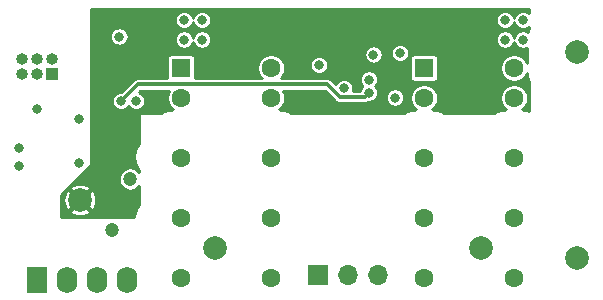
<source format=gbr>
%TF.GenerationSoftware,KiCad,Pcbnew,(5.1.10)-1*%
%TF.CreationDate,2022-01-18T17:44:39+07:00*%
%TF.ProjectId,Fan_controller_v3,46616e5f-636f-46e7-9472-6f6c6c65725f,rev?*%
%TF.SameCoordinates,Original*%
%TF.FileFunction,Copper,L3,Inr*%
%TF.FilePolarity,Positive*%
%FSLAX46Y46*%
G04 Gerber Fmt 4.6, Leading zero omitted, Abs format (unit mm)*
G04 Created by KiCad (PCBNEW (5.1.10)-1) date 2022-01-18 17:44:39*
%MOMM*%
%LPD*%
G01*
G04 APERTURE LIST*
%TA.AperFunction,ComponentPad*%
%ADD10O,1.000000X1.000000*%
%TD*%
%TA.AperFunction,ComponentPad*%
%ADD11R,1.000000X1.000000*%
%TD*%
%TA.AperFunction,ComponentPad*%
%ADD12C,2.000000*%
%TD*%
%TA.AperFunction,ComponentPad*%
%ADD13R,1.600000X1.600000*%
%TD*%
%TA.AperFunction,ComponentPad*%
%ADD14C,1.600000*%
%TD*%
%TA.AperFunction,ComponentPad*%
%ADD15R,1.700000X1.700000*%
%TD*%
%TA.AperFunction,ComponentPad*%
%ADD16O,1.700000X1.700000*%
%TD*%
%TA.AperFunction,ComponentPad*%
%ADD17O,1.750000X2.250000*%
%TD*%
%TA.AperFunction,ComponentPad*%
%ADD18R,1.750000X2.250000*%
%TD*%
%TA.AperFunction,ViaPad*%
%ADD19C,0.800000*%
%TD*%
%TA.AperFunction,ViaPad*%
%ADD20C,1.200000*%
%TD*%
%TA.AperFunction,Conductor*%
%ADD21C,0.300000*%
%TD*%
%TA.AperFunction,Conductor*%
%ADD22C,0.254000*%
%TD*%
%TA.AperFunction,Conductor*%
%ADD23C,0.020000*%
%TD*%
G04 APERTURE END LIST*
D10*
%TO.N,/scl0*%
%TO.C,J2*%
X76251000Y-79680000D03*
%TO.N,/sda0*%
X76251000Y-80950000D03*
%TO.N,GND1*%
X77521000Y-79680000D03*
X77521000Y-80950000D03*
%TO.N,+5P*%
X78791000Y-79680000D03*
D11*
X78791000Y-80950000D03*
%TD*%
D12*
%TO.N,Net-(C5-Pad2)*%
%TO.C,C5*%
X115113000Y-95682000D03*
%TO.N,Net-(C5-Pad1)*%
X92613000Y-95682000D03*
%TD*%
D13*
%TO.N,+5VP*%
%TO.C,K2*%
X110287000Y-80442000D03*
D14*
X110287000Y-82982000D03*
%TO.N,Net-(J1-Pad3)*%
X110287000Y-88062000D03*
%TO.N,Net-(C7-Pad1)*%
X110287000Y-93142000D03*
%TO.N,Net-(K2-Pad8)*%
X110287000Y-98222000D03*
X117907000Y-98222000D03*
%TO.N,Net-(C5-Pad2)*%
X117907000Y-93142000D03*
%TO.N,Net-(C7-Pad1)*%
X117907000Y-88062000D03*
%TO.N,Net-(C12-Pad2)*%
X117907000Y-82982000D03*
%TO.N,Net-(C11-Pad2)*%
X117907000Y-80442000D03*
%TD*%
D15*
%TO.N,Net-(J1-Pad1)*%
%TO.C,J1*%
X101270000Y-97968000D03*
D16*
%TO.N,N/C*%
X103810000Y-97968000D03*
%TO.N,Net-(J1-Pad3)*%
X106350000Y-97968000D03*
%TD*%
D12*
%TO.N,GND2*%
%TO.C,TP1*%
X81140500Y-91618000D03*
%TD*%
D17*
%TO.N,Net-(C6-Pad2)*%
%TO.C,PS1*%
X85141000Y-98349000D03*
%TO.N,GND2*%
X82601000Y-98349000D03*
%TO.N,+5P*%
X80061000Y-98349000D03*
D18*
%TO.N,GND1*%
X77521000Y-98349000D03*
%TD*%
D14*
%TO.N,Net-(C3-Pad2)*%
%TO.C,K1*%
X97333000Y-80442000D03*
%TO.N,Net-(C4-Pad2)*%
X97333000Y-82982000D03*
%TO.N,Net-(J1-Pad1)*%
X97333000Y-88062000D03*
%TO.N,Net-(C5-Pad2)*%
X97333000Y-93142000D03*
%TO.N,Net-(K1-Pad8)*%
X97333000Y-98222000D03*
X89713000Y-98222000D03*
%TO.N,Net-(C7-Pad1)*%
X89713000Y-93142000D03*
%TO.N,Net-(C5-Pad1)*%
X89713000Y-88062000D03*
%TO.N,+5VP*%
X89713000Y-82982000D03*
D13*
X89713000Y-80442000D03*
%TD*%
D12*
%TO.N,Net-(C5-Pad2)*%
%TO.C,C7*%
X123241000Y-96545000D03*
%TO.N,Net-(C7-Pad1)*%
X123241000Y-79045000D03*
%TD*%
D19*
%TO.N,Net-(C3-Pad2)*%
X91491000Y-78029000D03*
%TO.N,Net-(C3-Pad1)*%
X91491000Y-76378000D03*
%TO.N,Net-(C4-Pad2)*%
X89967000Y-78029000D03*
%TO.N,Net-(C4-Pad1)*%
X89967000Y-76378000D03*
%TO.N,GND1*%
X84480000Y-77775000D03*
%TO.N,+5P*%
X81077000Y-88443000D03*
X81077000Y-84760000D03*
%TO.N,Net-(C11-Pad1)*%
X118669000Y-76378000D03*
%TO.N,GND2*%
X104445000Y-79299000D03*
X99619000Y-75997000D03*
X109017000Y-75997000D03*
X98095000Y-76060500D03*
X110541000Y-76060500D03*
X83972032Y-86919000D03*
%TO.N,+5VP*%
X105995000Y-79299000D03*
D20*
X85395006Y-89840000D03*
D19*
%TO.N,/scl0*%
X77521000Y-83932000D03*
X75997000Y-87236500D03*
%TO.N,/sda0*%
X75997000Y-88697000D03*
%TO.N,/I2C_SDA*%
X105615886Y-81416284D03*
X85903000Y-83236000D03*
%TO.N,/I2C_SCL*%
X105615814Y-82515892D03*
X84633000Y-83236000D03*
%TO.N,/K1_set*%
X101396992Y-80188000D03*
%TO.N,/K2_set*%
X107833000Y-82941000D03*
%TO.N,/K2_rst*%
X108255000Y-79161000D03*
X103497423Y-82130732D03*
D20*
%TO.N,Net-(C6-Pad2)*%
X83871000Y-94158000D03*
D19*
%TO.N,Net-(C11-Pad2)*%
X118669000Y-78029000D03*
%TO.N,Net-(C12-Pad2)*%
X117145000Y-78029000D03*
%TO.N,Net-(C12-Pad1)*%
X117145000Y-76378000D03*
%TD*%
D21*
%TO.N,/I2C_SCL*%
X105250973Y-82880733D02*
X105615814Y-82515892D01*
X103137422Y-82880733D02*
X105250973Y-82880733D01*
X102088688Y-81831999D02*
X103137422Y-82880733D01*
X86037001Y-81831999D02*
X102088688Y-81831999D01*
X84633000Y-83236000D02*
X86037001Y-81831999D01*
%TD*%
D22*
%TO.N,GND2*%
X119177000Y-75781499D02*
X119166859Y-75771358D01*
X119038942Y-75685887D01*
X118896809Y-75627013D01*
X118745922Y-75597000D01*
X118592078Y-75597000D01*
X118441191Y-75627013D01*
X118299058Y-75685887D01*
X118171141Y-75771358D01*
X118062358Y-75880141D01*
X117976887Y-76008058D01*
X117918013Y-76150191D01*
X117907000Y-76205558D01*
X117895987Y-76150191D01*
X117837113Y-76008058D01*
X117751642Y-75880141D01*
X117642859Y-75771358D01*
X117514942Y-75685887D01*
X117372809Y-75627013D01*
X117221922Y-75597000D01*
X117068078Y-75597000D01*
X116917191Y-75627013D01*
X116775058Y-75685887D01*
X116647141Y-75771358D01*
X116538358Y-75880141D01*
X116452887Y-76008058D01*
X116394013Y-76150191D01*
X116364000Y-76301078D01*
X116364000Y-76454922D01*
X116394013Y-76605809D01*
X116452887Y-76747942D01*
X116538358Y-76875859D01*
X116647141Y-76984642D01*
X116775058Y-77070113D01*
X116917191Y-77128987D01*
X117068078Y-77159000D01*
X117221922Y-77159000D01*
X117372809Y-77128987D01*
X117514942Y-77070113D01*
X117642859Y-76984642D01*
X117751642Y-76875859D01*
X117837113Y-76747942D01*
X117895987Y-76605809D01*
X117907000Y-76550442D01*
X117918013Y-76605809D01*
X117976887Y-76747942D01*
X118062358Y-76875859D01*
X118171141Y-76984642D01*
X118299058Y-77070113D01*
X118441191Y-77128987D01*
X118592078Y-77159000D01*
X118745922Y-77159000D01*
X118896809Y-77128987D01*
X119038942Y-77070113D01*
X119166859Y-76984642D01*
X119177000Y-76974501D01*
X119177000Y-77061289D01*
X119136693Y-77137096D01*
X119121817Y-77173188D01*
X119106419Y-77209114D01*
X119104640Y-77214863D01*
X119062954Y-77352931D01*
X119038942Y-77336887D01*
X118896809Y-77278013D01*
X118745922Y-77248000D01*
X118592078Y-77248000D01*
X118441191Y-77278013D01*
X118299058Y-77336887D01*
X118171141Y-77422358D01*
X118062358Y-77531141D01*
X117976887Y-77659058D01*
X117918013Y-77801191D01*
X117907000Y-77856558D01*
X117895987Y-77801191D01*
X117837113Y-77659058D01*
X117751642Y-77531141D01*
X117642859Y-77422358D01*
X117514942Y-77336887D01*
X117372809Y-77278013D01*
X117221922Y-77248000D01*
X117068078Y-77248000D01*
X116917191Y-77278013D01*
X116775058Y-77336887D01*
X116647141Y-77422358D01*
X116538358Y-77531141D01*
X116452887Y-77659058D01*
X116394013Y-77801191D01*
X116364000Y-77952078D01*
X116364000Y-78105922D01*
X116394013Y-78256809D01*
X116452887Y-78398942D01*
X116538358Y-78526859D01*
X116647141Y-78635642D01*
X116775058Y-78721113D01*
X116917191Y-78779987D01*
X117068078Y-78810000D01*
X117221922Y-78810000D01*
X117372809Y-78779987D01*
X117514942Y-78721113D01*
X117642859Y-78635642D01*
X117751642Y-78526859D01*
X117837113Y-78398942D01*
X117895987Y-78256809D01*
X117907000Y-78201442D01*
X117918013Y-78256809D01*
X117976887Y-78398942D01*
X118062358Y-78526859D01*
X118171141Y-78635642D01*
X118299058Y-78721113D01*
X118441191Y-78779987D01*
X118592078Y-78810000D01*
X118745922Y-78810000D01*
X118896809Y-78779987D01*
X119000001Y-78737243D01*
X119000000Y-79994636D01*
X118953588Y-79882587D01*
X118824342Y-79689157D01*
X118659843Y-79524658D01*
X118466413Y-79395412D01*
X118251485Y-79306386D01*
X118023318Y-79261000D01*
X117790682Y-79261000D01*
X117562515Y-79306386D01*
X117347587Y-79395412D01*
X117154157Y-79524658D01*
X116989658Y-79689157D01*
X116860412Y-79882587D01*
X116771386Y-80097515D01*
X116726000Y-80325682D01*
X116726000Y-80558318D01*
X116771386Y-80786485D01*
X116860412Y-81001413D01*
X116989658Y-81194843D01*
X117154157Y-81359342D01*
X117347587Y-81488588D01*
X117562515Y-81577614D01*
X117790682Y-81623000D01*
X118023318Y-81623000D01*
X118251485Y-81577614D01*
X118466413Y-81488588D01*
X118659843Y-81359342D01*
X118824342Y-81194843D01*
X118953588Y-81001413D01*
X119000000Y-80889364D01*
X119000000Y-80971167D01*
X119002168Y-80993178D01*
X119002168Y-81008017D01*
X119002797Y-81014002D01*
X119027663Y-81235686D01*
X119035784Y-81273890D01*
X119043372Y-81312215D01*
X119045152Y-81317964D01*
X119112603Y-81530597D01*
X119127989Y-81566495D01*
X119142878Y-81602619D01*
X119145735Y-81607903D01*
X119145739Y-81607912D01*
X119145744Y-81607919D01*
X119177000Y-81664774D01*
X119177000Y-84036899D01*
X119015584Y-83988164D01*
X118977298Y-83980583D01*
X118939053Y-83972454D01*
X118933070Y-83971825D01*
X118933068Y-83971825D01*
X118711058Y-83950057D01*
X118711052Y-83950057D01*
X118690168Y-83948000D01*
X118587021Y-83948000D01*
X118659843Y-83899342D01*
X118824342Y-83734843D01*
X118953588Y-83541413D01*
X119042614Y-83326485D01*
X119088000Y-83098318D01*
X119088000Y-82865682D01*
X119042614Y-82637515D01*
X118953588Y-82422587D01*
X118824342Y-82229157D01*
X118659843Y-82064658D01*
X118466413Y-81935412D01*
X118251485Y-81846386D01*
X118023318Y-81801000D01*
X117790682Y-81801000D01*
X117562515Y-81846386D01*
X117347587Y-81935412D01*
X117154157Y-82064658D01*
X116989658Y-82229157D01*
X116860412Y-82422587D01*
X116771386Y-82637515D01*
X116726000Y-82865682D01*
X116726000Y-83098318D01*
X116771386Y-83326485D01*
X116860412Y-83541413D01*
X116989658Y-83734843D01*
X117154157Y-83899342D01*
X117226979Y-83948000D01*
X117123832Y-83948000D01*
X117101821Y-83950168D01*
X117086983Y-83950168D01*
X117080997Y-83950797D01*
X116859314Y-83975663D01*
X116821110Y-83983784D01*
X116782785Y-83991372D01*
X116777038Y-83993151D01*
X116777032Y-83993153D01*
X116564403Y-84060603D01*
X116528493Y-84075994D01*
X116492381Y-84090878D01*
X116487097Y-84093735D01*
X116487088Y-84093739D01*
X116487081Y-84093744D01*
X116291607Y-84201207D01*
X116259402Y-84223258D01*
X116226838Y-84244894D01*
X116222201Y-84248730D01*
X116218304Y-84252000D01*
X111973586Y-84252000D01*
X111953932Y-84235971D01*
X111921433Y-84214378D01*
X111889162Y-84192282D01*
X111883868Y-84189420D01*
X111686904Y-84084693D01*
X111650812Y-84069817D01*
X111614886Y-84054419D01*
X111609137Y-84052640D01*
X111609139Y-84052640D01*
X111609131Y-84052638D01*
X111395584Y-83988164D01*
X111357298Y-83980583D01*
X111319053Y-83972454D01*
X111313070Y-83971825D01*
X111313068Y-83971825D01*
X111091058Y-83950057D01*
X111091052Y-83950057D01*
X111070168Y-83948000D01*
X110967021Y-83948000D01*
X111039843Y-83899342D01*
X111204342Y-83734843D01*
X111333588Y-83541413D01*
X111422614Y-83326485D01*
X111468000Y-83098318D01*
X111468000Y-82865682D01*
X111422614Y-82637515D01*
X111333588Y-82422587D01*
X111204342Y-82229157D01*
X111039843Y-82064658D01*
X110846413Y-81935412D01*
X110631485Y-81846386D01*
X110403318Y-81801000D01*
X110170682Y-81801000D01*
X109942515Y-81846386D01*
X109727587Y-81935412D01*
X109534157Y-82064658D01*
X109369658Y-82229157D01*
X109240412Y-82422587D01*
X109151386Y-82637515D01*
X109106000Y-82865682D01*
X109106000Y-83098318D01*
X109151386Y-83326485D01*
X109240412Y-83541413D01*
X109369658Y-83734843D01*
X109534157Y-83899342D01*
X109606979Y-83948000D01*
X109503832Y-83948000D01*
X109481821Y-83950168D01*
X109466983Y-83950168D01*
X109460997Y-83950797D01*
X109239314Y-83975663D01*
X109201110Y-83983784D01*
X109162785Y-83991372D01*
X109157038Y-83993151D01*
X109157032Y-83993153D01*
X108944403Y-84060603D01*
X108908493Y-84075994D01*
X108872381Y-84090878D01*
X108867097Y-84093735D01*
X108867088Y-84093739D01*
X108867081Y-84093744D01*
X108671607Y-84201207D01*
X108639402Y-84223258D01*
X108606838Y-84244894D01*
X108602201Y-84248730D01*
X108598304Y-84252000D01*
X99019586Y-84252000D01*
X98999932Y-84235971D01*
X98967433Y-84214378D01*
X98935162Y-84192282D01*
X98929868Y-84189420D01*
X98732904Y-84084693D01*
X98696812Y-84069817D01*
X98660886Y-84054419D01*
X98655137Y-84052640D01*
X98655139Y-84052640D01*
X98655131Y-84052638D01*
X98441584Y-83988164D01*
X98403298Y-83980583D01*
X98365053Y-83972454D01*
X98359070Y-83971825D01*
X98359068Y-83971825D01*
X98137058Y-83950057D01*
X98137052Y-83950057D01*
X98116168Y-83948000D01*
X98013021Y-83948000D01*
X98085843Y-83899342D01*
X98250342Y-83734843D01*
X98379588Y-83541413D01*
X98468614Y-83326485D01*
X98514000Y-83098318D01*
X98514000Y-82865682D01*
X98468614Y-82637515D01*
X98379588Y-82422587D01*
X98339773Y-82362999D01*
X101868742Y-82362999D01*
X102743505Y-83237763D01*
X102760132Y-83258023D01*
X102780392Y-83274650D01*
X102840986Y-83324379D01*
X102933234Y-83373686D01*
X103033328Y-83404050D01*
X103111338Y-83411733D01*
X103111348Y-83411733D01*
X103137422Y-83414301D01*
X103163496Y-83411733D01*
X105224899Y-83411733D01*
X105250973Y-83414301D01*
X105277047Y-83411733D01*
X105277057Y-83411733D01*
X105355067Y-83404050D01*
X105455161Y-83373686D01*
X105547408Y-83324379D01*
X105580901Y-83296892D01*
X105692736Y-83296892D01*
X105843623Y-83266879D01*
X105985756Y-83208005D01*
X106113673Y-83122534D01*
X106222456Y-83013751D01*
X106307927Y-82885834D01*
X106316938Y-82864078D01*
X107052000Y-82864078D01*
X107052000Y-83017922D01*
X107082013Y-83168809D01*
X107140887Y-83310942D01*
X107226358Y-83438859D01*
X107335141Y-83547642D01*
X107463058Y-83633113D01*
X107605191Y-83691987D01*
X107756078Y-83722000D01*
X107909922Y-83722000D01*
X108060809Y-83691987D01*
X108202942Y-83633113D01*
X108330859Y-83547642D01*
X108439642Y-83438859D01*
X108525113Y-83310942D01*
X108583987Y-83168809D01*
X108614000Y-83017922D01*
X108614000Y-82864078D01*
X108583987Y-82713191D01*
X108525113Y-82571058D01*
X108439642Y-82443141D01*
X108330859Y-82334358D01*
X108202942Y-82248887D01*
X108060809Y-82190013D01*
X107909922Y-82160000D01*
X107756078Y-82160000D01*
X107605191Y-82190013D01*
X107463058Y-82248887D01*
X107335141Y-82334358D01*
X107226358Y-82443141D01*
X107140887Y-82571058D01*
X107082013Y-82713191D01*
X107052000Y-82864078D01*
X106316938Y-82864078D01*
X106366801Y-82743701D01*
X106396814Y-82592814D01*
X106396814Y-82438970D01*
X106366801Y-82288083D01*
X106307927Y-82145950D01*
X106222456Y-82018033D01*
X106170547Y-81966124D01*
X106222528Y-81914143D01*
X106307999Y-81786226D01*
X106366873Y-81644093D01*
X106396886Y-81493206D01*
X106396886Y-81339362D01*
X106366873Y-81188475D01*
X106307999Y-81046342D01*
X106222528Y-80918425D01*
X106113745Y-80809642D01*
X105985828Y-80724171D01*
X105843695Y-80665297D01*
X105692808Y-80635284D01*
X105538964Y-80635284D01*
X105388077Y-80665297D01*
X105245944Y-80724171D01*
X105118027Y-80809642D01*
X105009244Y-80918425D01*
X104923773Y-81046342D01*
X104864899Y-81188475D01*
X104834886Y-81339362D01*
X104834886Y-81493206D01*
X104864899Y-81644093D01*
X104923773Y-81786226D01*
X105009244Y-81914143D01*
X105061153Y-81966052D01*
X105009172Y-82018033D01*
X104923701Y-82145950D01*
X104864827Y-82288083D01*
X104852564Y-82349733D01*
X104250162Y-82349733D01*
X104278423Y-82207654D01*
X104278423Y-82053810D01*
X104248410Y-81902923D01*
X104189536Y-81760790D01*
X104104065Y-81632873D01*
X103995282Y-81524090D01*
X103867365Y-81438619D01*
X103725232Y-81379745D01*
X103574345Y-81349732D01*
X103420501Y-81349732D01*
X103269614Y-81379745D01*
X103127481Y-81438619D01*
X102999564Y-81524090D01*
X102890781Y-81632873D01*
X102805310Y-81760790D01*
X102794507Y-81786871D01*
X102482609Y-81474974D01*
X102465978Y-81454709D01*
X102385123Y-81388353D01*
X102292876Y-81339046D01*
X102192782Y-81308682D01*
X102114772Y-81300999D01*
X102114762Y-81300999D01*
X102088688Y-81298431D01*
X102062614Y-81300999D01*
X98144186Y-81300999D01*
X98250342Y-81194843D01*
X98379588Y-81001413D01*
X98468614Y-80786485D01*
X98514000Y-80558318D01*
X98514000Y-80325682D01*
X98471312Y-80111078D01*
X100615992Y-80111078D01*
X100615992Y-80264922D01*
X100646005Y-80415809D01*
X100704879Y-80557942D01*
X100790350Y-80685859D01*
X100899133Y-80794642D01*
X101027050Y-80880113D01*
X101169183Y-80938987D01*
X101320070Y-80969000D01*
X101473914Y-80969000D01*
X101624801Y-80938987D01*
X101766934Y-80880113D01*
X101894851Y-80794642D01*
X102003634Y-80685859D01*
X102089105Y-80557942D01*
X102147979Y-80415809D01*
X102177992Y-80264922D01*
X102177992Y-80111078D01*
X102147979Y-79960191D01*
X102089105Y-79818058D01*
X102003634Y-79690141D01*
X101894851Y-79581358D01*
X101766934Y-79495887D01*
X101624801Y-79437013D01*
X101473914Y-79407000D01*
X101320070Y-79407000D01*
X101169183Y-79437013D01*
X101027050Y-79495887D01*
X100899133Y-79581358D01*
X100790350Y-79690141D01*
X100704879Y-79818058D01*
X100646005Y-79960191D01*
X100615992Y-80111078D01*
X98471312Y-80111078D01*
X98468614Y-80097515D01*
X98379588Y-79882587D01*
X98250342Y-79689157D01*
X98085843Y-79524658D01*
X97892413Y-79395412D01*
X97677485Y-79306386D01*
X97449318Y-79261000D01*
X97216682Y-79261000D01*
X96988515Y-79306386D01*
X96773587Y-79395412D01*
X96580157Y-79524658D01*
X96415658Y-79689157D01*
X96286412Y-79882587D01*
X96197386Y-80097515D01*
X96152000Y-80325682D01*
X96152000Y-80558318D01*
X96197386Y-80786485D01*
X96286412Y-81001413D01*
X96415658Y-81194843D01*
X96521814Y-81300999D01*
X90890032Y-81300999D01*
X90895843Y-81242000D01*
X90895843Y-79642000D01*
X90888487Y-79567311D01*
X90866701Y-79495492D01*
X90831322Y-79429304D01*
X90783711Y-79371289D01*
X90725696Y-79323678D01*
X90659508Y-79288299D01*
X90587689Y-79266513D01*
X90513000Y-79259157D01*
X88913000Y-79259157D01*
X88838311Y-79266513D01*
X88766492Y-79288299D01*
X88700304Y-79323678D01*
X88642289Y-79371289D01*
X88594678Y-79429304D01*
X88559299Y-79495492D01*
X88537513Y-79567311D01*
X88530157Y-79642000D01*
X88530157Y-81242000D01*
X88535968Y-81300999D01*
X86063074Y-81300999D01*
X86037000Y-81298431D01*
X86010926Y-81300999D01*
X86010917Y-81300999D01*
X85932907Y-81308682D01*
X85832813Y-81339046D01*
X85772697Y-81371178D01*
X85740565Y-81388353D01*
X85684276Y-81434549D01*
X85659711Y-81454709D01*
X85643084Y-81474969D01*
X84663054Y-82455000D01*
X84556078Y-82455000D01*
X84405191Y-82485013D01*
X84263058Y-82543887D01*
X84135141Y-82629358D01*
X84026358Y-82738141D01*
X83940887Y-82866058D01*
X83882013Y-83008191D01*
X83852000Y-83159078D01*
X83852000Y-83312922D01*
X83882013Y-83463809D01*
X83940887Y-83605942D01*
X84026358Y-83733859D01*
X84135141Y-83842642D01*
X84263058Y-83928113D01*
X84405191Y-83986987D01*
X84556078Y-84017000D01*
X84709922Y-84017000D01*
X84860809Y-83986987D01*
X85002942Y-83928113D01*
X85130859Y-83842642D01*
X85239642Y-83733859D01*
X85268000Y-83691418D01*
X85296358Y-83733859D01*
X85405141Y-83842642D01*
X85533058Y-83928113D01*
X85675191Y-83986987D01*
X85826078Y-84017000D01*
X85979922Y-84017000D01*
X86130809Y-83986987D01*
X86272942Y-83928113D01*
X86400859Y-83842642D01*
X86509642Y-83733859D01*
X86595113Y-83605942D01*
X86653987Y-83463809D01*
X86684000Y-83312922D01*
X86684000Y-83159078D01*
X86653987Y-83008191D01*
X86595113Y-82866058D01*
X86509642Y-82738141D01*
X86400859Y-82629358D01*
X86272942Y-82543887D01*
X86133726Y-82486221D01*
X86256948Y-82362999D01*
X88706227Y-82362999D01*
X88666412Y-82422587D01*
X88577386Y-82637515D01*
X88532000Y-82865682D01*
X88532000Y-83098318D01*
X88577386Y-83326485D01*
X88666412Y-83541413D01*
X88795658Y-83734843D01*
X88960157Y-83899342D01*
X89032979Y-83948000D01*
X88929832Y-83948000D01*
X88907821Y-83950168D01*
X88892983Y-83950168D01*
X88886997Y-83950797D01*
X88665314Y-83975663D01*
X88627110Y-83983784D01*
X88588785Y-83991372D01*
X88583038Y-83993151D01*
X88583032Y-83993153D01*
X88370403Y-84060603D01*
X88334493Y-84075994D01*
X88298381Y-84090878D01*
X88293097Y-84093735D01*
X88293088Y-84093739D01*
X88293081Y-84093744D01*
X88097607Y-84201207D01*
X88065402Y-84223258D01*
X88032838Y-84244894D01*
X88028201Y-84248730D01*
X88024304Y-84252000D01*
X86284000Y-84252000D01*
X86259224Y-84254440D01*
X86235399Y-84261667D01*
X86213443Y-84273403D01*
X86194197Y-84289197D01*
X86178403Y-84308443D01*
X86166667Y-84330399D01*
X86159440Y-84354224D01*
X86157000Y-84379000D01*
X86157000Y-86834598D01*
X86067821Y-86923777D01*
X85894218Y-87183594D01*
X85774637Y-87472286D01*
X85713676Y-87778761D01*
X85713676Y-88091239D01*
X85774637Y-88397714D01*
X85894218Y-88686406D01*
X86067821Y-88946223D01*
X86157000Y-89035402D01*
X86157000Y-89214650D01*
X86020357Y-89078007D01*
X85859684Y-88970649D01*
X85681153Y-88896699D01*
X85491626Y-88859000D01*
X85298386Y-88859000D01*
X85108859Y-88896699D01*
X84930328Y-88970649D01*
X84769655Y-89078007D01*
X84633013Y-89214649D01*
X84525655Y-89375322D01*
X84451705Y-89553853D01*
X84414006Y-89743380D01*
X84414006Y-89936620D01*
X84451705Y-90126147D01*
X84525655Y-90304678D01*
X84633013Y-90465351D01*
X84769655Y-90601993D01*
X84930328Y-90709351D01*
X85108859Y-90783301D01*
X85298386Y-90821000D01*
X85491626Y-90821000D01*
X85681153Y-90783301D01*
X85859684Y-90709351D01*
X86020357Y-90601993D01*
X86157000Y-90465350D01*
X86157000Y-92041598D01*
X86067821Y-92130777D01*
X85894218Y-92390594D01*
X85774637Y-92679286D01*
X85713676Y-92985761D01*
X85713676Y-93015000D01*
X79553000Y-93015000D01*
X79553000Y-92576021D01*
X80272989Y-92576021D01*
X80377486Y-92777082D01*
X80618273Y-92903666D01*
X80879129Y-92980844D01*
X81150029Y-93005649D01*
X81420563Y-92977126D01*
X81680334Y-92896373D01*
X81903514Y-92777082D01*
X82008011Y-92576021D01*
X81140500Y-91708510D01*
X80272989Y-92576021D01*
X79553000Y-92576021D01*
X79553000Y-91627529D01*
X79752851Y-91627529D01*
X79781374Y-91898063D01*
X79862127Y-92157834D01*
X79981418Y-92381014D01*
X80182479Y-92485511D01*
X81049990Y-91618000D01*
X81231010Y-91618000D01*
X82098521Y-92485511D01*
X82299582Y-92381014D01*
X82426166Y-92140227D01*
X82503344Y-91879371D01*
X82528149Y-91608471D01*
X82499626Y-91337937D01*
X82418873Y-91078166D01*
X82299582Y-90854986D01*
X82098521Y-90750489D01*
X81231010Y-91618000D01*
X81049990Y-91618000D01*
X80182479Y-90750489D01*
X79981418Y-90854986D01*
X79854834Y-91095773D01*
X79777656Y-91356629D01*
X79752851Y-91627529D01*
X79553000Y-91627529D01*
X79553000Y-91162606D01*
X80055627Y-90659979D01*
X80272989Y-90659979D01*
X81140500Y-91527490D01*
X82008011Y-90659979D01*
X81903514Y-90458918D01*
X81662727Y-90332334D01*
X81401871Y-90255156D01*
X81130971Y-90230351D01*
X80860437Y-90258874D01*
X80600666Y-90339627D01*
X80377486Y-90458918D01*
X80272989Y-90659979D01*
X80055627Y-90659979D01*
X82055803Y-88659803D01*
X82071597Y-88640557D01*
X82083333Y-88618601D01*
X82090560Y-88594776D01*
X82093000Y-88570000D01*
X82093000Y-79222078D01*
X105214000Y-79222078D01*
X105214000Y-79375922D01*
X105244013Y-79526809D01*
X105302887Y-79668942D01*
X105388358Y-79796859D01*
X105497141Y-79905642D01*
X105625058Y-79991113D01*
X105767191Y-80049987D01*
X105918078Y-80080000D01*
X106071922Y-80080000D01*
X106222809Y-80049987D01*
X106364942Y-79991113D01*
X106492859Y-79905642D01*
X106601642Y-79796859D01*
X106687113Y-79668942D01*
X106745987Y-79526809D01*
X106776000Y-79375922D01*
X106776000Y-79222078D01*
X106748551Y-79084078D01*
X107474000Y-79084078D01*
X107474000Y-79237922D01*
X107504013Y-79388809D01*
X107562887Y-79530942D01*
X107648358Y-79658859D01*
X107757141Y-79767642D01*
X107885058Y-79853113D01*
X108027191Y-79911987D01*
X108178078Y-79942000D01*
X108331922Y-79942000D01*
X108482809Y-79911987D01*
X108624942Y-79853113D01*
X108752859Y-79767642D01*
X108861642Y-79658859D01*
X108872906Y-79642000D01*
X109104157Y-79642000D01*
X109104157Y-81242000D01*
X109111513Y-81316689D01*
X109133299Y-81388508D01*
X109168678Y-81454696D01*
X109216289Y-81512711D01*
X109274304Y-81560322D01*
X109340492Y-81595701D01*
X109412311Y-81617487D01*
X109487000Y-81624843D01*
X111087000Y-81624843D01*
X111161689Y-81617487D01*
X111233508Y-81595701D01*
X111299696Y-81560322D01*
X111357711Y-81512711D01*
X111405322Y-81454696D01*
X111440701Y-81388508D01*
X111462487Y-81316689D01*
X111469843Y-81242000D01*
X111469843Y-79642000D01*
X111462487Y-79567311D01*
X111440701Y-79495492D01*
X111405322Y-79429304D01*
X111357711Y-79371289D01*
X111299696Y-79323678D01*
X111233508Y-79288299D01*
X111161689Y-79266513D01*
X111087000Y-79259157D01*
X109487000Y-79259157D01*
X109412311Y-79266513D01*
X109340492Y-79288299D01*
X109274304Y-79323678D01*
X109216289Y-79371289D01*
X109168678Y-79429304D01*
X109133299Y-79495492D01*
X109111513Y-79567311D01*
X109104157Y-79642000D01*
X108872906Y-79642000D01*
X108947113Y-79530942D01*
X109005987Y-79388809D01*
X109036000Y-79237922D01*
X109036000Y-79084078D01*
X109005987Y-78933191D01*
X108947113Y-78791058D01*
X108861642Y-78663141D01*
X108752859Y-78554358D01*
X108624942Y-78468887D01*
X108482809Y-78410013D01*
X108331922Y-78380000D01*
X108178078Y-78380000D01*
X108027191Y-78410013D01*
X107885058Y-78468887D01*
X107757141Y-78554358D01*
X107648358Y-78663141D01*
X107562887Y-78791058D01*
X107504013Y-78933191D01*
X107474000Y-79084078D01*
X106748551Y-79084078D01*
X106745987Y-79071191D01*
X106687113Y-78929058D01*
X106601642Y-78801141D01*
X106492859Y-78692358D01*
X106364942Y-78606887D01*
X106222809Y-78548013D01*
X106071922Y-78518000D01*
X105918078Y-78518000D01*
X105767191Y-78548013D01*
X105625058Y-78606887D01*
X105497141Y-78692358D01*
X105388358Y-78801141D01*
X105302887Y-78929058D01*
X105244013Y-79071191D01*
X105214000Y-79222078D01*
X82093000Y-79222078D01*
X82093000Y-77698078D01*
X83699000Y-77698078D01*
X83699000Y-77851922D01*
X83729013Y-78002809D01*
X83787887Y-78144942D01*
X83873358Y-78272859D01*
X83982141Y-78381642D01*
X84110058Y-78467113D01*
X84252191Y-78525987D01*
X84403078Y-78556000D01*
X84556922Y-78556000D01*
X84707809Y-78525987D01*
X84849942Y-78467113D01*
X84977859Y-78381642D01*
X85086642Y-78272859D01*
X85172113Y-78144942D01*
X85230987Y-78002809D01*
X85241077Y-77952078D01*
X89186000Y-77952078D01*
X89186000Y-78105922D01*
X89216013Y-78256809D01*
X89274887Y-78398942D01*
X89360358Y-78526859D01*
X89469141Y-78635642D01*
X89597058Y-78721113D01*
X89739191Y-78779987D01*
X89890078Y-78810000D01*
X90043922Y-78810000D01*
X90194809Y-78779987D01*
X90336942Y-78721113D01*
X90464859Y-78635642D01*
X90573642Y-78526859D01*
X90659113Y-78398942D01*
X90717987Y-78256809D01*
X90729000Y-78201442D01*
X90740013Y-78256809D01*
X90798887Y-78398942D01*
X90884358Y-78526859D01*
X90993141Y-78635642D01*
X91121058Y-78721113D01*
X91263191Y-78779987D01*
X91414078Y-78810000D01*
X91567922Y-78810000D01*
X91718809Y-78779987D01*
X91860942Y-78721113D01*
X91988859Y-78635642D01*
X92097642Y-78526859D01*
X92183113Y-78398942D01*
X92241987Y-78256809D01*
X92272000Y-78105922D01*
X92272000Y-77952078D01*
X92241987Y-77801191D01*
X92183113Y-77659058D01*
X92097642Y-77531141D01*
X91988859Y-77422358D01*
X91860942Y-77336887D01*
X91718809Y-77278013D01*
X91567922Y-77248000D01*
X91414078Y-77248000D01*
X91263191Y-77278013D01*
X91121058Y-77336887D01*
X90993141Y-77422358D01*
X90884358Y-77531141D01*
X90798887Y-77659058D01*
X90740013Y-77801191D01*
X90729000Y-77856558D01*
X90717987Y-77801191D01*
X90659113Y-77659058D01*
X90573642Y-77531141D01*
X90464859Y-77422358D01*
X90336942Y-77336887D01*
X90194809Y-77278013D01*
X90043922Y-77248000D01*
X89890078Y-77248000D01*
X89739191Y-77278013D01*
X89597058Y-77336887D01*
X89469141Y-77422358D01*
X89360358Y-77531141D01*
X89274887Y-77659058D01*
X89216013Y-77801191D01*
X89186000Y-77952078D01*
X85241077Y-77952078D01*
X85261000Y-77851922D01*
X85261000Y-77698078D01*
X85230987Y-77547191D01*
X85172113Y-77405058D01*
X85086642Y-77277141D01*
X84977859Y-77168358D01*
X84849942Y-77082887D01*
X84707809Y-77024013D01*
X84556922Y-76994000D01*
X84403078Y-76994000D01*
X84252191Y-77024013D01*
X84110058Y-77082887D01*
X83982141Y-77168358D01*
X83873358Y-77277141D01*
X83787887Y-77405058D01*
X83729013Y-77547191D01*
X83699000Y-77698078D01*
X82093000Y-77698078D01*
X82093000Y-76301078D01*
X89186000Y-76301078D01*
X89186000Y-76454922D01*
X89216013Y-76605809D01*
X89274887Y-76747942D01*
X89360358Y-76875859D01*
X89469141Y-76984642D01*
X89597058Y-77070113D01*
X89739191Y-77128987D01*
X89890078Y-77159000D01*
X90043922Y-77159000D01*
X90194809Y-77128987D01*
X90336942Y-77070113D01*
X90464859Y-76984642D01*
X90573642Y-76875859D01*
X90659113Y-76747942D01*
X90717987Y-76605809D01*
X90729000Y-76550442D01*
X90740013Y-76605809D01*
X90798887Y-76747942D01*
X90884358Y-76875859D01*
X90993141Y-76984642D01*
X91121058Y-77070113D01*
X91263191Y-77128987D01*
X91414078Y-77159000D01*
X91567922Y-77159000D01*
X91718809Y-77128987D01*
X91860942Y-77070113D01*
X91988859Y-76984642D01*
X92097642Y-76875859D01*
X92183113Y-76747942D01*
X92241987Y-76605809D01*
X92272000Y-76454922D01*
X92272000Y-76301078D01*
X92241987Y-76150191D01*
X92183113Y-76008058D01*
X92097642Y-75880141D01*
X91988859Y-75771358D01*
X91860942Y-75685887D01*
X91718809Y-75627013D01*
X91567922Y-75597000D01*
X91414078Y-75597000D01*
X91263191Y-75627013D01*
X91121058Y-75685887D01*
X90993141Y-75771358D01*
X90884358Y-75880141D01*
X90798887Y-76008058D01*
X90740013Y-76150191D01*
X90729000Y-76205558D01*
X90717987Y-76150191D01*
X90659113Y-76008058D01*
X90573642Y-75880141D01*
X90464859Y-75771358D01*
X90336942Y-75685887D01*
X90194809Y-75627013D01*
X90043922Y-75597000D01*
X89890078Y-75597000D01*
X89739191Y-75627013D01*
X89597058Y-75685887D01*
X89469141Y-75771358D01*
X89360358Y-75880141D01*
X89274887Y-76008058D01*
X89216013Y-76150191D01*
X89186000Y-76301078D01*
X82093000Y-76301078D01*
X82093000Y-75431000D01*
X119177000Y-75431000D01*
X119177000Y-75781499D01*
%TA.AperFunction,Conductor*%
D23*
G36*
X119177000Y-75781499D02*
G01*
X119166859Y-75771358D01*
X119038942Y-75685887D01*
X118896809Y-75627013D01*
X118745922Y-75597000D01*
X118592078Y-75597000D01*
X118441191Y-75627013D01*
X118299058Y-75685887D01*
X118171141Y-75771358D01*
X118062358Y-75880141D01*
X117976887Y-76008058D01*
X117918013Y-76150191D01*
X117907000Y-76205558D01*
X117895987Y-76150191D01*
X117837113Y-76008058D01*
X117751642Y-75880141D01*
X117642859Y-75771358D01*
X117514942Y-75685887D01*
X117372809Y-75627013D01*
X117221922Y-75597000D01*
X117068078Y-75597000D01*
X116917191Y-75627013D01*
X116775058Y-75685887D01*
X116647141Y-75771358D01*
X116538358Y-75880141D01*
X116452887Y-76008058D01*
X116394013Y-76150191D01*
X116364000Y-76301078D01*
X116364000Y-76454922D01*
X116394013Y-76605809D01*
X116452887Y-76747942D01*
X116538358Y-76875859D01*
X116647141Y-76984642D01*
X116775058Y-77070113D01*
X116917191Y-77128987D01*
X117068078Y-77159000D01*
X117221922Y-77159000D01*
X117372809Y-77128987D01*
X117514942Y-77070113D01*
X117642859Y-76984642D01*
X117751642Y-76875859D01*
X117837113Y-76747942D01*
X117895987Y-76605809D01*
X117907000Y-76550442D01*
X117918013Y-76605809D01*
X117976887Y-76747942D01*
X118062358Y-76875859D01*
X118171141Y-76984642D01*
X118299058Y-77070113D01*
X118441191Y-77128987D01*
X118592078Y-77159000D01*
X118745922Y-77159000D01*
X118896809Y-77128987D01*
X119038942Y-77070113D01*
X119166859Y-76984642D01*
X119177000Y-76974501D01*
X119177000Y-77061289D01*
X119136693Y-77137096D01*
X119121817Y-77173188D01*
X119106419Y-77209114D01*
X119104640Y-77214863D01*
X119062954Y-77352931D01*
X119038942Y-77336887D01*
X118896809Y-77278013D01*
X118745922Y-77248000D01*
X118592078Y-77248000D01*
X118441191Y-77278013D01*
X118299058Y-77336887D01*
X118171141Y-77422358D01*
X118062358Y-77531141D01*
X117976887Y-77659058D01*
X117918013Y-77801191D01*
X117907000Y-77856558D01*
X117895987Y-77801191D01*
X117837113Y-77659058D01*
X117751642Y-77531141D01*
X117642859Y-77422358D01*
X117514942Y-77336887D01*
X117372809Y-77278013D01*
X117221922Y-77248000D01*
X117068078Y-77248000D01*
X116917191Y-77278013D01*
X116775058Y-77336887D01*
X116647141Y-77422358D01*
X116538358Y-77531141D01*
X116452887Y-77659058D01*
X116394013Y-77801191D01*
X116364000Y-77952078D01*
X116364000Y-78105922D01*
X116394013Y-78256809D01*
X116452887Y-78398942D01*
X116538358Y-78526859D01*
X116647141Y-78635642D01*
X116775058Y-78721113D01*
X116917191Y-78779987D01*
X117068078Y-78810000D01*
X117221922Y-78810000D01*
X117372809Y-78779987D01*
X117514942Y-78721113D01*
X117642859Y-78635642D01*
X117751642Y-78526859D01*
X117837113Y-78398942D01*
X117895987Y-78256809D01*
X117907000Y-78201442D01*
X117918013Y-78256809D01*
X117976887Y-78398942D01*
X118062358Y-78526859D01*
X118171141Y-78635642D01*
X118299058Y-78721113D01*
X118441191Y-78779987D01*
X118592078Y-78810000D01*
X118745922Y-78810000D01*
X118896809Y-78779987D01*
X119000001Y-78737243D01*
X119000000Y-79994636D01*
X118953588Y-79882587D01*
X118824342Y-79689157D01*
X118659843Y-79524658D01*
X118466413Y-79395412D01*
X118251485Y-79306386D01*
X118023318Y-79261000D01*
X117790682Y-79261000D01*
X117562515Y-79306386D01*
X117347587Y-79395412D01*
X117154157Y-79524658D01*
X116989658Y-79689157D01*
X116860412Y-79882587D01*
X116771386Y-80097515D01*
X116726000Y-80325682D01*
X116726000Y-80558318D01*
X116771386Y-80786485D01*
X116860412Y-81001413D01*
X116989658Y-81194843D01*
X117154157Y-81359342D01*
X117347587Y-81488588D01*
X117562515Y-81577614D01*
X117790682Y-81623000D01*
X118023318Y-81623000D01*
X118251485Y-81577614D01*
X118466413Y-81488588D01*
X118659843Y-81359342D01*
X118824342Y-81194843D01*
X118953588Y-81001413D01*
X119000000Y-80889364D01*
X119000000Y-80971167D01*
X119002168Y-80993178D01*
X119002168Y-81008017D01*
X119002797Y-81014002D01*
X119027663Y-81235686D01*
X119035784Y-81273890D01*
X119043372Y-81312215D01*
X119045152Y-81317964D01*
X119112603Y-81530597D01*
X119127989Y-81566495D01*
X119142878Y-81602619D01*
X119145735Y-81607903D01*
X119145739Y-81607912D01*
X119145744Y-81607919D01*
X119177000Y-81664774D01*
X119177000Y-84036899D01*
X119015584Y-83988164D01*
X118977298Y-83980583D01*
X118939053Y-83972454D01*
X118933070Y-83971825D01*
X118933068Y-83971825D01*
X118711058Y-83950057D01*
X118711052Y-83950057D01*
X118690168Y-83948000D01*
X118587021Y-83948000D01*
X118659843Y-83899342D01*
X118824342Y-83734843D01*
X118953588Y-83541413D01*
X119042614Y-83326485D01*
X119088000Y-83098318D01*
X119088000Y-82865682D01*
X119042614Y-82637515D01*
X118953588Y-82422587D01*
X118824342Y-82229157D01*
X118659843Y-82064658D01*
X118466413Y-81935412D01*
X118251485Y-81846386D01*
X118023318Y-81801000D01*
X117790682Y-81801000D01*
X117562515Y-81846386D01*
X117347587Y-81935412D01*
X117154157Y-82064658D01*
X116989658Y-82229157D01*
X116860412Y-82422587D01*
X116771386Y-82637515D01*
X116726000Y-82865682D01*
X116726000Y-83098318D01*
X116771386Y-83326485D01*
X116860412Y-83541413D01*
X116989658Y-83734843D01*
X117154157Y-83899342D01*
X117226979Y-83948000D01*
X117123832Y-83948000D01*
X117101821Y-83950168D01*
X117086983Y-83950168D01*
X117080997Y-83950797D01*
X116859314Y-83975663D01*
X116821110Y-83983784D01*
X116782785Y-83991372D01*
X116777038Y-83993151D01*
X116777032Y-83993153D01*
X116564403Y-84060603D01*
X116528493Y-84075994D01*
X116492381Y-84090878D01*
X116487097Y-84093735D01*
X116487088Y-84093739D01*
X116487081Y-84093744D01*
X116291607Y-84201207D01*
X116259402Y-84223258D01*
X116226838Y-84244894D01*
X116222201Y-84248730D01*
X116218304Y-84252000D01*
X111973586Y-84252000D01*
X111953932Y-84235971D01*
X111921433Y-84214378D01*
X111889162Y-84192282D01*
X111883868Y-84189420D01*
X111686904Y-84084693D01*
X111650812Y-84069817D01*
X111614886Y-84054419D01*
X111609137Y-84052640D01*
X111609139Y-84052640D01*
X111609131Y-84052638D01*
X111395584Y-83988164D01*
X111357298Y-83980583D01*
X111319053Y-83972454D01*
X111313070Y-83971825D01*
X111313068Y-83971825D01*
X111091058Y-83950057D01*
X111091052Y-83950057D01*
X111070168Y-83948000D01*
X110967021Y-83948000D01*
X111039843Y-83899342D01*
X111204342Y-83734843D01*
X111333588Y-83541413D01*
X111422614Y-83326485D01*
X111468000Y-83098318D01*
X111468000Y-82865682D01*
X111422614Y-82637515D01*
X111333588Y-82422587D01*
X111204342Y-82229157D01*
X111039843Y-82064658D01*
X110846413Y-81935412D01*
X110631485Y-81846386D01*
X110403318Y-81801000D01*
X110170682Y-81801000D01*
X109942515Y-81846386D01*
X109727587Y-81935412D01*
X109534157Y-82064658D01*
X109369658Y-82229157D01*
X109240412Y-82422587D01*
X109151386Y-82637515D01*
X109106000Y-82865682D01*
X109106000Y-83098318D01*
X109151386Y-83326485D01*
X109240412Y-83541413D01*
X109369658Y-83734843D01*
X109534157Y-83899342D01*
X109606979Y-83948000D01*
X109503832Y-83948000D01*
X109481821Y-83950168D01*
X109466983Y-83950168D01*
X109460997Y-83950797D01*
X109239314Y-83975663D01*
X109201110Y-83983784D01*
X109162785Y-83991372D01*
X109157038Y-83993151D01*
X109157032Y-83993153D01*
X108944403Y-84060603D01*
X108908493Y-84075994D01*
X108872381Y-84090878D01*
X108867097Y-84093735D01*
X108867088Y-84093739D01*
X108867081Y-84093744D01*
X108671607Y-84201207D01*
X108639402Y-84223258D01*
X108606838Y-84244894D01*
X108602201Y-84248730D01*
X108598304Y-84252000D01*
X99019586Y-84252000D01*
X98999932Y-84235971D01*
X98967433Y-84214378D01*
X98935162Y-84192282D01*
X98929868Y-84189420D01*
X98732904Y-84084693D01*
X98696812Y-84069817D01*
X98660886Y-84054419D01*
X98655137Y-84052640D01*
X98655139Y-84052640D01*
X98655131Y-84052638D01*
X98441584Y-83988164D01*
X98403298Y-83980583D01*
X98365053Y-83972454D01*
X98359070Y-83971825D01*
X98359068Y-83971825D01*
X98137058Y-83950057D01*
X98137052Y-83950057D01*
X98116168Y-83948000D01*
X98013021Y-83948000D01*
X98085843Y-83899342D01*
X98250342Y-83734843D01*
X98379588Y-83541413D01*
X98468614Y-83326485D01*
X98514000Y-83098318D01*
X98514000Y-82865682D01*
X98468614Y-82637515D01*
X98379588Y-82422587D01*
X98339773Y-82362999D01*
X101868742Y-82362999D01*
X102743505Y-83237763D01*
X102760132Y-83258023D01*
X102780392Y-83274650D01*
X102840986Y-83324379D01*
X102933234Y-83373686D01*
X103033328Y-83404050D01*
X103111338Y-83411733D01*
X103111348Y-83411733D01*
X103137422Y-83414301D01*
X103163496Y-83411733D01*
X105224899Y-83411733D01*
X105250973Y-83414301D01*
X105277047Y-83411733D01*
X105277057Y-83411733D01*
X105355067Y-83404050D01*
X105455161Y-83373686D01*
X105547408Y-83324379D01*
X105580901Y-83296892D01*
X105692736Y-83296892D01*
X105843623Y-83266879D01*
X105985756Y-83208005D01*
X106113673Y-83122534D01*
X106222456Y-83013751D01*
X106307927Y-82885834D01*
X106316938Y-82864078D01*
X107052000Y-82864078D01*
X107052000Y-83017922D01*
X107082013Y-83168809D01*
X107140887Y-83310942D01*
X107226358Y-83438859D01*
X107335141Y-83547642D01*
X107463058Y-83633113D01*
X107605191Y-83691987D01*
X107756078Y-83722000D01*
X107909922Y-83722000D01*
X108060809Y-83691987D01*
X108202942Y-83633113D01*
X108330859Y-83547642D01*
X108439642Y-83438859D01*
X108525113Y-83310942D01*
X108583987Y-83168809D01*
X108614000Y-83017922D01*
X108614000Y-82864078D01*
X108583987Y-82713191D01*
X108525113Y-82571058D01*
X108439642Y-82443141D01*
X108330859Y-82334358D01*
X108202942Y-82248887D01*
X108060809Y-82190013D01*
X107909922Y-82160000D01*
X107756078Y-82160000D01*
X107605191Y-82190013D01*
X107463058Y-82248887D01*
X107335141Y-82334358D01*
X107226358Y-82443141D01*
X107140887Y-82571058D01*
X107082013Y-82713191D01*
X107052000Y-82864078D01*
X106316938Y-82864078D01*
X106366801Y-82743701D01*
X106396814Y-82592814D01*
X106396814Y-82438970D01*
X106366801Y-82288083D01*
X106307927Y-82145950D01*
X106222456Y-82018033D01*
X106170547Y-81966124D01*
X106222528Y-81914143D01*
X106307999Y-81786226D01*
X106366873Y-81644093D01*
X106396886Y-81493206D01*
X106396886Y-81339362D01*
X106366873Y-81188475D01*
X106307999Y-81046342D01*
X106222528Y-80918425D01*
X106113745Y-80809642D01*
X105985828Y-80724171D01*
X105843695Y-80665297D01*
X105692808Y-80635284D01*
X105538964Y-80635284D01*
X105388077Y-80665297D01*
X105245944Y-80724171D01*
X105118027Y-80809642D01*
X105009244Y-80918425D01*
X104923773Y-81046342D01*
X104864899Y-81188475D01*
X104834886Y-81339362D01*
X104834886Y-81493206D01*
X104864899Y-81644093D01*
X104923773Y-81786226D01*
X105009244Y-81914143D01*
X105061153Y-81966052D01*
X105009172Y-82018033D01*
X104923701Y-82145950D01*
X104864827Y-82288083D01*
X104852564Y-82349733D01*
X104250162Y-82349733D01*
X104278423Y-82207654D01*
X104278423Y-82053810D01*
X104248410Y-81902923D01*
X104189536Y-81760790D01*
X104104065Y-81632873D01*
X103995282Y-81524090D01*
X103867365Y-81438619D01*
X103725232Y-81379745D01*
X103574345Y-81349732D01*
X103420501Y-81349732D01*
X103269614Y-81379745D01*
X103127481Y-81438619D01*
X102999564Y-81524090D01*
X102890781Y-81632873D01*
X102805310Y-81760790D01*
X102794507Y-81786871D01*
X102482609Y-81474974D01*
X102465978Y-81454709D01*
X102385123Y-81388353D01*
X102292876Y-81339046D01*
X102192782Y-81308682D01*
X102114772Y-81300999D01*
X102114762Y-81300999D01*
X102088688Y-81298431D01*
X102062614Y-81300999D01*
X98144186Y-81300999D01*
X98250342Y-81194843D01*
X98379588Y-81001413D01*
X98468614Y-80786485D01*
X98514000Y-80558318D01*
X98514000Y-80325682D01*
X98471312Y-80111078D01*
X100615992Y-80111078D01*
X100615992Y-80264922D01*
X100646005Y-80415809D01*
X100704879Y-80557942D01*
X100790350Y-80685859D01*
X100899133Y-80794642D01*
X101027050Y-80880113D01*
X101169183Y-80938987D01*
X101320070Y-80969000D01*
X101473914Y-80969000D01*
X101624801Y-80938987D01*
X101766934Y-80880113D01*
X101894851Y-80794642D01*
X102003634Y-80685859D01*
X102089105Y-80557942D01*
X102147979Y-80415809D01*
X102177992Y-80264922D01*
X102177992Y-80111078D01*
X102147979Y-79960191D01*
X102089105Y-79818058D01*
X102003634Y-79690141D01*
X101894851Y-79581358D01*
X101766934Y-79495887D01*
X101624801Y-79437013D01*
X101473914Y-79407000D01*
X101320070Y-79407000D01*
X101169183Y-79437013D01*
X101027050Y-79495887D01*
X100899133Y-79581358D01*
X100790350Y-79690141D01*
X100704879Y-79818058D01*
X100646005Y-79960191D01*
X100615992Y-80111078D01*
X98471312Y-80111078D01*
X98468614Y-80097515D01*
X98379588Y-79882587D01*
X98250342Y-79689157D01*
X98085843Y-79524658D01*
X97892413Y-79395412D01*
X97677485Y-79306386D01*
X97449318Y-79261000D01*
X97216682Y-79261000D01*
X96988515Y-79306386D01*
X96773587Y-79395412D01*
X96580157Y-79524658D01*
X96415658Y-79689157D01*
X96286412Y-79882587D01*
X96197386Y-80097515D01*
X96152000Y-80325682D01*
X96152000Y-80558318D01*
X96197386Y-80786485D01*
X96286412Y-81001413D01*
X96415658Y-81194843D01*
X96521814Y-81300999D01*
X90890032Y-81300999D01*
X90895843Y-81242000D01*
X90895843Y-79642000D01*
X90888487Y-79567311D01*
X90866701Y-79495492D01*
X90831322Y-79429304D01*
X90783711Y-79371289D01*
X90725696Y-79323678D01*
X90659508Y-79288299D01*
X90587689Y-79266513D01*
X90513000Y-79259157D01*
X88913000Y-79259157D01*
X88838311Y-79266513D01*
X88766492Y-79288299D01*
X88700304Y-79323678D01*
X88642289Y-79371289D01*
X88594678Y-79429304D01*
X88559299Y-79495492D01*
X88537513Y-79567311D01*
X88530157Y-79642000D01*
X88530157Y-81242000D01*
X88535968Y-81300999D01*
X86063074Y-81300999D01*
X86037000Y-81298431D01*
X86010926Y-81300999D01*
X86010917Y-81300999D01*
X85932907Y-81308682D01*
X85832813Y-81339046D01*
X85772697Y-81371178D01*
X85740565Y-81388353D01*
X85684276Y-81434549D01*
X85659711Y-81454709D01*
X85643084Y-81474969D01*
X84663054Y-82455000D01*
X84556078Y-82455000D01*
X84405191Y-82485013D01*
X84263058Y-82543887D01*
X84135141Y-82629358D01*
X84026358Y-82738141D01*
X83940887Y-82866058D01*
X83882013Y-83008191D01*
X83852000Y-83159078D01*
X83852000Y-83312922D01*
X83882013Y-83463809D01*
X83940887Y-83605942D01*
X84026358Y-83733859D01*
X84135141Y-83842642D01*
X84263058Y-83928113D01*
X84405191Y-83986987D01*
X84556078Y-84017000D01*
X84709922Y-84017000D01*
X84860809Y-83986987D01*
X85002942Y-83928113D01*
X85130859Y-83842642D01*
X85239642Y-83733859D01*
X85268000Y-83691418D01*
X85296358Y-83733859D01*
X85405141Y-83842642D01*
X85533058Y-83928113D01*
X85675191Y-83986987D01*
X85826078Y-84017000D01*
X85979922Y-84017000D01*
X86130809Y-83986987D01*
X86272942Y-83928113D01*
X86400859Y-83842642D01*
X86509642Y-83733859D01*
X86595113Y-83605942D01*
X86653987Y-83463809D01*
X86684000Y-83312922D01*
X86684000Y-83159078D01*
X86653987Y-83008191D01*
X86595113Y-82866058D01*
X86509642Y-82738141D01*
X86400859Y-82629358D01*
X86272942Y-82543887D01*
X86133726Y-82486221D01*
X86256948Y-82362999D01*
X88706227Y-82362999D01*
X88666412Y-82422587D01*
X88577386Y-82637515D01*
X88532000Y-82865682D01*
X88532000Y-83098318D01*
X88577386Y-83326485D01*
X88666412Y-83541413D01*
X88795658Y-83734843D01*
X88960157Y-83899342D01*
X89032979Y-83948000D01*
X88929832Y-83948000D01*
X88907821Y-83950168D01*
X88892983Y-83950168D01*
X88886997Y-83950797D01*
X88665314Y-83975663D01*
X88627110Y-83983784D01*
X88588785Y-83991372D01*
X88583038Y-83993151D01*
X88583032Y-83993153D01*
X88370403Y-84060603D01*
X88334493Y-84075994D01*
X88298381Y-84090878D01*
X88293097Y-84093735D01*
X88293088Y-84093739D01*
X88293081Y-84093744D01*
X88097607Y-84201207D01*
X88065402Y-84223258D01*
X88032838Y-84244894D01*
X88028201Y-84248730D01*
X88024304Y-84252000D01*
X86284000Y-84252000D01*
X86259224Y-84254440D01*
X86235399Y-84261667D01*
X86213443Y-84273403D01*
X86194197Y-84289197D01*
X86178403Y-84308443D01*
X86166667Y-84330399D01*
X86159440Y-84354224D01*
X86157000Y-84379000D01*
X86157000Y-86834598D01*
X86067821Y-86923777D01*
X85894218Y-87183594D01*
X85774637Y-87472286D01*
X85713676Y-87778761D01*
X85713676Y-88091239D01*
X85774637Y-88397714D01*
X85894218Y-88686406D01*
X86067821Y-88946223D01*
X86157000Y-89035402D01*
X86157000Y-89214650D01*
X86020357Y-89078007D01*
X85859684Y-88970649D01*
X85681153Y-88896699D01*
X85491626Y-88859000D01*
X85298386Y-88859000D01*
X85108859Y-88896699D01*
X84930328Y-88970649D01*
X84769655Y-89078007D01*
X84633013Y-89214649D01*
X84525655Y-89375322D01*
X84451705Y-89553853D01*
X84414006Y-89743380D01*
X84414006Y-89936620D01*
X84451705Y-90126147D01*
X84525655Y-90304678D01*
X84633013Y-90465351D01*
X84769655Y-90601993D01*
X84930328Y-90709351D01*
X85108859Y-90783301D01*
X85298386Y-90821000D01*
X85491626Y-90821000D01*
X85681153Y-90783301D01*
X85859684Y-90709351D01*
X86020357Y-90601993D01*
X86157000Y-90465350D01*
X86157000Y-92041598D01*
X86067821Y-92130777D01*
X85894218Y-92390594D01*
X85774637Y-92679286D01*
X85713676Y-92985761D01*
X85713676Y-93015000D01*
X79553000Y-93015000D01*
X79553000Y-92576021D01*
X80272989Y-92576021D01*
X80377486Y-92777082D01*
X80618273Y-92903666D01*
X80879129Y-92980844D01*
X81150029Y-93005649D01*
X81420563Y-92977126D01*
X81680334Y-92896373D01*
X81903514Y-92777082D01*
X82008011Y-92576021D01*
X81140500Y-91708510D01*
X80272989Y-92576021D01*
X79553000Y-92576021D01*
X79553000Y-91627529D01*
X79752851Y-91627529D01*
X79781374Y-91898063D01*
X79862127Y-92157834D01*
X79981418Y-92381014D01*
X80182479Y-92485511D01*
X81049990Y-91618000D01*
X81231010Y-91618000D01*
X82098521Y-92485511D01*
X82299582Y-92381014D01*
X82426166Y-92140227D01*
X82503344Y-91879371D01*
X82528149Y-91608471D01*
X82499626Y-91337937D01*
X82418873Y-91078166D01*
X82299582Y-90854986D01*
X82098521Y-90750489D01*
X81231010Y-91618000D01*
X81049990Y-91618000D01*
X80182479Y-90750489D01*
X79981418Y-90854986D01*
X79854834Y-91095773D01*
X79777656Y-91356629D01*
X79752851Y-91627529D01*
X79553000Y-91627529D01*
X79553000Y-91162606D01*
X80055627Y-90659979D01*
X80272989Y-90659979D01*
X81140500Y-91527490D01*
X82008011Y-90659979D01*
X81903514Y-90458918D01*
X81662727Y-90332334D01*
X81401871Y-90255156D01*
X81130971Y-90230351D01*
X80860437Y-90258874D01*
X80600666Y-90339627D01*
X80377486Y-90458918D01*
X80272989Y-90659979D01*
X80055627Y-90659979D01*
X82055803Y-88659803D01*
X82071597Y-88640557D01*
X82083333Y-88618601D01*
X82090560Y-88594776D01*
X82093000Y-88570000D01*
X82093000Y-79222078D01*
X105214000Y-79222078D01*
X105214000Y-79375922D01*
X105244013Y-79526809D01*
X105302887Y-79668942D01*
X105388358Y-79796859D01*
X105497141Y-79905642D01*
X105625058Y-79991113D01*
X105767191Y-80049987D01*
X105918078Y-80080000D01*
X106071922Y-80080000D01*
X106222809Y-80049987D01*
X106364942Y-79991113D01*
X106492859Y-79905642D01*
X106601642Y-79796859D01*
X106687113Y-79668942D01*
X106745987Y-79526809D01*
X106776000Y-79375922D01*
X106776000Y-79222078D01*
X106748551Y-79084078D01*
X107474000Y-79084078D01*
X107474000Y-79237922D01*
X107504013Y-79388809D01*
X107562887Y-79530942D01*
X107648358Y-79658859D01*
X107757141Y-79767642D01*
X107885058Y-79853113D01*
X108027191Y-79911987D01*
X108178078Y-79942000D01*
X108331922Y-79942000D01*
X108482809Y-79911987D01*
X108624942Y-79853113D01*
X108752859Y-79767642D01*
X108861642Y-79658859D01*
X108872906Y-79642000D01*
X109104157Y-79642000D01*
X109104157Y-81242000D01*
X109111513Y-81316689D01*
X109133299Y-81388508D01*
X109168678Y-81454696D01*
X109216289Y-81512711D01*
X109274304Y-81560322D01*
X109340492Y-81595701D01*
X109412311Y-81617487D01*
X109487000Y-81624843D01*
X111087000Y-81624843D01*
X111161689Y-81617487D01*
X111233508Y-81595701D01*
X111299696Y-81560322D01*
X111357711Y-81512711D01*
X111405322Y-81454696D01*
X111440701Y-81388508D01*
X111462487Y-81316689D01*
X111469843Y-81242000D01*
X111469843Y-79642000D01*
X111462487Y-79567311D01*
X111440701Y-79495492D01*
X111405322Y-79429304D01*
X111357711Y-79371289D01*
X111299696Y-79323678D01*
X111233508Y-79288299D01*
X111161689Y-79266513D01*
X111087000Y-79259157D01*
X109487000Y-79259157D01*
X109412311Y-79266513D01*
X109340492Y-79288299D01*
X109274304Y-79323678D01*
X109216289Y-79371289D01*
X109168678Y-79429304D01*
X109133299Y-79495492D01*
X109111513Y-79567311D01*
X109104157Y-79642000D01*
X108872906Y-79642000D01*
X108947113Y-79530942D01*
X109005987Y-79388809D01*
X109036000Y-79237922D01*
X109036000Y-79084078D01*
X109005987Y-78933191D01*
X108947113Y-78791058D01*
X108861642Y-78663141D01*
X108752859Y-78554358D01*
X108624942Y-78468887D01*
X108482809Y-78410013D01*
X108331922Y-78380000D01*
X108178078Y-78380000D01*
X108027191Y-78410013D01*
X107885058Y-78468887D01*
X107757141Y-78554358D01*
X107648358Y-78663141D01*
X107562887Y-78791058D01*
X107504013Y-78933191D01*
X107474000Y-79084078D01*
X106748551Y-79084078D01*
X106745987Y-79071191D01*
X106687113Y-78929058D01*
X106601642Y-78801141D01*
X106492859Y-78692358D01*
X106364942Y-78606887D01*
X106222809Y-78548013D01*
X106071922Y-78518000D01*
X105918078Y-78518000D01*
X105767191Y-78548013D01*
X105625058Y-78606887D01*
X105497141Y-78692358D01*
X105388358Y-78801141D01*
X105302887Y-78929058D01*
X105244013Y-79071191D01*
X105214000Y-79222078D01*
X82093000Y-79222078D01*
X82093000Y-77698078D01*
X83699000Y-77698078D01*
X83699000Y-77851922D01*
X83729013Y-78002809D01*
X83787887Y-78144942D01*
X83873358Y-78272859D01*
X83982141Y-78381642D01*
X84110058Y-78467113D01*
X84252191Y-78525987D01*
X84403078Y-78556000D01*
X84556922Y-78556000D01*
X84707809Y-78525987D01*
X84849942Y-78467113D01*
X84977859Y-78381642D01*
X85086642Y-78272859D01*
X85172113Y-78144942D01*
X85230987Y-78002809D01*
X85241077Y-77952078D01*
X89186000Y-77952078D01*
X89186000Y-78105922D01*
X89216013Y-78256809D01*
X89274887Y-78398942D01*
X89360358Y-78526859D01*
X89469141Y-78635642D01*
X89597058Y-78721113D01*
X89739191Y-78779987D01*
X89890078Y-78810000D01*
X90043922Y-78810000D01*
X90194809Y-78779987D01*
X90336942Y-78721113D01*
X90464859Y-78635642D01*
X90573642Y-78526859D01*
X90659113Y-78398942D01*
X90717987Y-78256809D01*
X90729000Y-78201442D01*
X90740013Y-78256809D01*
X90798887Y-78398942D01*
X90884358Y-78526859D01*
X90993141Y-78635642D01*
X91121058Y-78721113D01*
X91263191Y-78779987D01*
X91414078Y-78810000D01*
X91567922Y-78810000D01*
X91718809Y-78779987D01*
X91860942Y-78721113D01*
X91988859Y-78635642D01*
X92097642Y-78526859D01*
X92183113Y-78398942D01*
X92241987Y-78256809D01*
X92272000Y-78105922D01*
X92272000Y-77952078D01*
X92241987Y-77801191D01*
X92183113Y-77659058D01*
X92097642Y-77531141D01*
X91988859Y-77422358D01*
X91860942Y-77336887D01*
X91718809Y-77278013D01*
X91567922Y-77248000D01*
X91414078Y-77248000D01*
X91263191Y-77278013D01*
X91121058Y-77336887D01*
X90993141Y-77422358D01*
X90884358Y-77531141D01*
X90798887Y-77659058D01*
X90740013Y-77801191D01*
X90729000Y-77856558D01*
X90717987Y-77801191D01*
X90659113Y-77659058D01*
X90573642Y-77531141D01*
X90464859Y-77422358D01*
X90336942Y-77336887D01*
X90194809Y-77278013D01*
X90043922Y-77248000D01*
X89890078Y-77248000D01*
X89739191Y-77278013D01*
X89597058Y-77336887D01*
X89469141Y-77422358D01*
X89360358Y-77531141D01*
X89274887Y-77659058D01*
X89216013Y-77801191D01*
X89186000Y-77952078D01*
X85241077Y-77952078D01*
X85261000Y-77851922D01*
X85261000Y-77698078D01*
X85230987Y-77547191D01*
X85172113Y-77405058D01*
X85086642Y-77277141D01*
X84977859Y-77168358D01*
X84849942Y-77082887D01*
X84707809Y-77024013D01*
X84556922Y-76994000D01*
X84403078Y-76994000D01*
X84252191Y-77024013D01*
X84110058Y-77082887D01*
X83982141Y-77168358D01*
X83873358Y-77277141D01*
X83787887Y-77405058D01*
X83729013Y-77547191D01*
X83699000Y-77698078D01*
X82093000Y-77698078D01*
X82093000Y-76301078D01*
X89186000Y-76301078D01*
X89186000Y-76454922D01*
X89216013Y-76605809D01*
X89274887Y-76747942D01*
X89360358Y-76875859D01*
X89469141Y-76984642D01*
X89597058Y-77070113D01*
X89739191Y-77128987D01*
X89890078Y-77159000D01*
X90043922Y-77159000D01*
X90194809Y-77128987D01*
X90336942Y-77070113D01*
X90464859Y-76984642D01*
X90573642Y-76875859D01*
X90659113Y-76747942D01*
X90717987Y-76605809D01*
X90729000Y-76550442D01*
X90740013Y-76605809D01*
X90798887Y-76747942D01*
X90884358Y-76875859D01*
X90993141Y-76984642D01*
X91121058Y-77070113D01*
X91263191Y-77128987D01*
X91414078Y-77159000D01*
X91567922Y-77159000D01*
X91718809Y-77128987D01*
X91860942Y-77070113D01*
X91988859Y-76984642D01*
X92097642Y-76875859D01*
X92183113Y-76747942D01*
X92241987Y-76605809D01*
X92272000Y-76454922D01*
X92272000Y-76301078D01*
X92241987Y-76150191D01*
X92183113Y-76008058D01*
X92097642Y-75880141D01*
X91988859Y-75771358D01*
X91860942Y-75685887D01*
X91718809Y-75627013D01*
X91567922Y-75597000D01*
X91414078Y-75597000D01*
X91263191Y-75627013D01*
X91121058Y-75685887D01*
X90993141Y-75771358D01*
X90884358Y-75880141D01*
X90798887Y-76008058D01*
X90740013Y-76150191D01*
X90729000Y-76205558D01*
X90717987Y-76150191D01*
X90659113Y-76008058D01*
X90573642Y-75880141D01*
X90464859Y-75771358D01*
X90336942Y-75685887D01*
X90194809Y-75627013D01*
X90043922Y-75597000D01*
X89890078Y-75597000D01*
X89739191Y-75627013D01*
X89597058Y-75685887D01*
X89469141Y-75771358D01*
X89360358Y-75880141D01*
X89274887Y-76008058D01*
X89216013Y-76150191D01*
X89186000Y-76301078D01*
X82093000Y-76301078D01*
X82093000Y-75431000D01*
X119177000Y-75431000D01*
X119177000Y-75781499D01*
G37*
%TD.AperFunction*%
%TD*%
M02*

</source>
